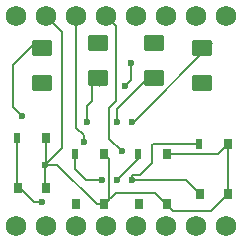
<source format=gtl>
%TF.GenerationSoftware,KiCad,Pcbnew,8.0.3*%
%TF.CreationDate,2024-07-29T19:47:32-06:00*%
%TF.ProjectId,SaintCon Says Badge,5361696e-7443-46f6-9e20-536179732042,rev?*%
%TF.SameCoordinates,Original*%
%TF.FileFunction,Copper,L1,Top*%
%TF.FilePolarity,Positive*%
%FSLAX46Y46*%
G04 Gerber Fmt 4.6, Leading zero omitted, Abs format (unit mm)*
G04 Created by KiCad (PCBNEW 8.0.3) date 2024-07-29 19:47:32*
%MOMM*%
%LPD*%
G01*
G04 APERTURE LIST*
G04 Aperture macros list*
%AMRoundRect*
0 Rectangle with rounded corners*
0 $1 Rounding radius*
0 $2 $3 $4 $5 $6 $7 $8 $9 X,Y pos of 4 corners*
0 Add a 4 corners polygon primitive as box body*
4,1,4,$2,$3,$4,$5,$6,$7,$8,$9,$2,$3,0*
0 Add four circle primitives for the rounded corners*
1,1,$1+$1,$2,$3*
1,1,$1+$1,$4,$5*
1,1,$1+$1,$6,$7*
1,1,$1+$1,$8,$9*
0 Add four rect primitives between the rounded corners*
20,1,$1+$1,$2,$3,$4,$5,0*
20,1,$1+$1,$4,$5,$6,$7,0*
20,1,$1+$1,$6,$7,$8,$9,0*
20,1,$1+$1,$8,$9,$2,$3,0*%
G04 Aperture macros list end*
%TA.AperFunction,SMDPad,CuDef*%
%ADD10R,0.674000X0.836000*%
%TD*%
%TA.AperFunction,SMDPad,CuDef*%
%ADD11R,0.588000X0.858000*%
%TD*%
%TA.AperFunction,SMDPad,CuDef*%
%ADD12R,0.674000X0.858000*%
%TD*%
%TA.AperFunction,SMDPad,CuDef*%
%ADD13RoundRect,0.250001X0.624999X-0.462499X0.624999X0.462499X-0.624999X0.462499X-0.624999X-0.462499X0*%
%TD*%
%TA.AperFunction,SMDPad,CuDef*%
%ADD14RoundRect,0.250001X-0.624999X0.462499X-0.624999X-0.462499X0.624999X-0.462499X0.624999X0.462499X0*%
%TD*%
%TA.AperFunction,ComponentPad*%
%ADD15C,1.750000*%
%TD*%
%TA.AperFunction,ViaPad*%
%ADD16C,0.600000*%
%TD*%
%TA.AperFunction,Conductor*%
%ADD17C,0.200000*%
%TD*%
G04 APERTURE END LIST*
D10*
%TO.P,SW4,1,1*%
%TO.N,Net-(MB1-SCK)*%
X150113000Y-96368000D03*
D11*
X150030000Y-92135000D03*
D10*
%TO.P,SW4,2,2*%
%TO.N,Net-(U1-GND)*%
X152487000Y-96368000D03*
D12*
X152487000Y-92135000D03*
%TD*%
D10*
%TO.P,SW1,1,1*%
%TO.N,Net-(U1-PA1)*%
X134703000Y-95848000D03*
D11*
X134620000Y-91615000D03*
D10*
%TO.P,SW1,2,2*%
%TO.N,Net-(U1-GND)*%
X137077000Y-95848000D03*
D12*
X137077000Y-91615000D03*
%TD*%
D10*
%TO.P,SW3,1,1*%
%TO.N,Net-(U1-PA3)*%
X144913000Y-97233000D03*
D11*
X144830000Y-93000000D03*
D10*
%TO.P,SW3,2,2*%
%TO.N,Net-(U1-GND)*%
X147287000Y-97233000D03*
D12*
X147287000Y-93000000D03*
%TD*%
D10*
%TO.P,SW2,1,1*%
%TO.N,Net-(U1-PA2)*%
X139613000Y-97233000D03*
D11*
X139530000Y-93000000D03*
D10*
%TO.P,SW2,2,2*%
%TO.N,Net-(U1-GND)*%
X141987000Y-97233000D03*
D12*
X141987000Y-93000000D03*
%TD*%
D13*
%TO.P,D4,1,K*%
%TO.N,Net-(D4-K)*%
X150250000Y-86975000D03*
%TO.P,D4,2,A*%
%TO.N,Net-(D4-A)*%
X150250000Y-84000000D03*
%TD*%
%TO.P,D1,1,K*%
%TO.N,Net-(D1-K)*%
X136750000Y-87000000D03*
%TO.P,D1,2,A*%
%TO.N,Net-(D1-A)*%
X136750000Y-84025000D03*
%TD*%
D14*
%TO.P,D2,1,K*%
%TO.N,Net-(D2-K)*%
X141500000Y-83602500D03*
%TO.P,D2,2,A*%
%TO.N,Net-(D2-A)*%
X141500000Y-86577500D03*
%TD*%
%TO.P,D3,1,K*%
%TO.N,Net-(D3-K)*%
X146250000Y-83602500D03*
%TO.P,D3,2,A*%
%TO.N,Net-(D3-A)*%
X146250000Y-86577500D03*
%TD*%
D15*
%TO.P,MB1,16,GND*%
%TO.N,unconnected-(MB1-GND-Pad16)*%
X152315000Y-99065000D03*
%TO.P,MB1,15,3V3+*%
%TO.N,unconnected-(MB1-3V3+-Pad15)*%
X149775000Y-99065000D03*
%TO.P,MB1,14,SDA*%
%TO.N,unconnected-(MB1-SDA-Pad14)*%
X147235000Y-99065000D03*
%TO.P,MB1,13,SCL*%
%TO.N,unconnected-(MB1-SCL-Pad13)*%
X144695000Y-99065000D03*
%TO.P,MB1,12,NC*%
%TO.N,unconnected-(MB1-NC-Pad12)*%
X142155000Y-99065000D03*
%TO.P,MB1,11,NC*%
%TO.N,unconnected-(MB1-NC-Pad11)*%
X139615000Y-99065000D03*
%TO.P,MB1,10,NC*%
%TO.N,unconnected-(MB1-NC-Pad10)*%
X137075000Y-99065000D03*
%TO.P,MB1,9,CLK*%
%TO.N,unconnected-(MB1-CLK-Pad9)*%
X134535000Y-99065000D03*
%TO.P,MB1,8,GND*%
%TO.N,unconnected-(MB1-GND-Pad8)*%
X152315000Y-81285000D03*
%TO.P,MB1,7,+3V3*%
%TO.N,unconnected-(MB1-+3V3-Pad7)*%
X149775000Y-81285000D03*
%TO.P,MB1,6,CS*%
%TO.N,Net-(MB1-CS)*%
X147235000Y-81285000D03*
%TO.P,MB1,5,MOSI*%
%TO.N,Net-(MB1-MOSI)*%
X144695000Y-81285000D03*
%TO.P,MB1,4,SCK*%
%TO.N,Net-(MB1-SCK)*%
X142155000Y-81285000D03*
%TO.P,MB1,3,MISO*%
%TO.N,Net-(MB1-MISO)*%
X139615000Y-81285000D03*
%TO.P,MB1,2,GND*%
%TO.N,Net-(U1-GND)*%
X137075000Y-81285000D03*
%TO.P,MB1,1,+VBATT*%
%TO.N,Net-(MB1-+VBATT)*%
X134535000Y-81285000D03*
%TD*%
D16*
%TO.N,Net-(MB1-MOSI)*%
X143750000Y-87250000D03*
X144250000Y-85250000D03*
%TO.N,Net-(MB1-MISO)*%
X140250000Y-92000000D03*
%TO.N,Net-(MB1-SCK)*%
X143500000Y-92750000D03*
%TO.N,Net-(D1-K)*%
X136750000Y-87000000D03*
%TO.N,Net-(D1-A)*%
X135000000Y-89750000D03*
%TO.N,Net-(D2-A)*%
X140500000Y-90250000D03*
%TO.N,Net-(D2-K)*%
X140970000Y-83602500D03*
%TO.N,Net-(D3-A)*%
X143040000Y-90250000D03*
%TO.N,Net-(D3-K)*%
X146250000Y-83540000D03*
%TO.N,Net-(D4-K)*%
X150250000Y-87100000D03*
%TO.N,Net-(D4-A)*%
X144310000Y-90250000D03*
%TO.N,Net-(U1-PA2)*%
X141770000Y-95200000D03*
%TO.N,Net-(U1-PA3)*%
X143040000Y-95200000D03*
%TO.N,Net-(U1-PA1)*%
X136750000Y-97000000D03*
%TO.N,Net-(U1-GND)*%
X137000000Y-93915000D03*
%TO.N,Net-(MB1-SCK)*%
X144310000Y-95200000D03*
%TD*%
D17*
%TO.N,Net-(U1-GND)*%
X137000000Y-93915000D02*
X137077000Y-93838000D01*
X137077000Y-93838000D02*
X137077000Y-91615000D01*
%TO.N,Net-(MB1-SCK)*%
X150030000Y-92135000D02*
X146115000Y-92135000D01*
X146115000Y-92135000D02*
X146000000Y-92250000D01*
X146000000Y-93750000D02*
X145000000Y-94750000D01*
X146000000Y-92250000D02*
X146000000Y-93750000D01*
X144338529Y-94750000D02*
X144310000Y-94778529D01*
X145000000Y-94750000D02*
X144338529Y-94750000D01*
X144310000Y-94778529D02*
X144310000Y-95200000D01*
%TO.N,Net-(U1-GND)*%
X141987000Y-97233000D02*
X142370000Y-96850000D01*
X142370000Y-96850000D02*
X142370000Y-93383000D01*
X142370000Y-93383000D02*
X141987000Y-93000000D01*
%TO.N,Net-(U1-PA1)*%
X134620000Y-91615000D02*
X134620000Y-95765000D01*
X134620000Y-95765000D02*
X134703000Y-95848000D01*
%TO.N,Net-(D1-A)*%
X135000000Y-89750000D02*
X134250000Y-89000000D01*
X134250000Y-89000000D02*
X134250000Y-85460000D01*
X134250000Y-85460000D02*
X136107500Y-83602500D01*
X136107500Y-83602500D02*
X136982499Y-83602500D01*
%TO.N,Net-(D4-A)*%
X144310000Y-90250000D02*
X144500000Y-90250000D01*
X144500000Y-90250000D02*
X151130000Y-83620000D01*
X151130000Y-83620000D02*
X151130000Y-83602500D01*
%TO.N,Net-(U1-GND)*%
X147287000Y-93000000D02*
X151622000Y-93000000D01*
X151622000Y-93000000D02*
X152487000Y-92135000D01*
X152487000Y-92135000D02*
X152487000Y-96368000D01*
X141900000Y-97320000D02*
X142970000Y-96250000D01*
X146304000Y-96250000D02*
X147844000Y-97790000D01*
X142970000Y-96250000D02*
X146304000Y-96250000D01*
X147844000Y-97790000D02*
X151065000Y-97790000D01*
X151065000Y-97790000D02*
X152487000Y-96368000D01*
%TO.N,Net-(MB1-SCK)*%
X144310000Y-95200000D02*
X148945000Y-95200000D01*
X148945000Y-95200000D02*
X150113000Y-96368000D01*
X150113000Y-96368000D02*
X150200000Y-96281000D01*
%TO.N,Net-(MB1-MISO)*%
X140250000Y-92000000D02*
X140250000Y-91400000D01*
X140250000Y-91400000D02*
X139615000Y-90765000D01*
X139615000Y-90765000D02*
X139615000Y-81285000D01*
%TO.N,Net-(MB1-MOSI)*%
X144250000Y-86750000D02*
X143750000Y-87250000D01*
X144250000Y-85250000D02*
X144250000Y-86750000D01*
%TO.N,Net-(MB1-SCK)*%
X142155000Y-81285000D02*
X143029999Y-82159999D01*
X143029999Y-82159999D02*
X143029999Y-88470001D01*
X143029999Y-88470001D02*
X142440000Y-89060000D01*
X142440000Y-89060000D02*
X142440000Y-91690000D01*
X142440000Y-91690000D02*
X143500000Y-92750000D01*
%TO.N,Net-(U1-PA2)*%
X141770000Y-95200000D02*
X140450000Y-95200000D01*
X140450000Y-95200000D02*
X139530000Y-94280000D01*
X139530000Y-94280000D02*
X139530000Y-93000000D01*
%TO.N,Net-(U1-GND)*%
X137000000Y-93915000D02*
X138025000Y-93915000D01*
X141343000Y-97233000D02*
X141987000Y-97233000D01*
X138025000Y-93915000D02*
X141343000Y-97233000D01*
%TO.N,Net-(U1-PA3)*%
X143040000Y-95200000D02*
X144830000Y-93410000D01*
X144830000Y-93410000D02*
X144830000Y-93000000D01*
%TO.N,Net-(D1-K)*%
X136327500Y-86577500D02*
X136750000Y-87000000D01*
X136107500Y-86577500D02*
X136327500Y-86577500D01*
%TO.N,Net-(D2-A)*%
X140970000Y-88470000D02*
X140970000Y-86577500D01*
X140970000Y-86577500D02*
X141597800Y-87205300D01*
X140500000Y-90250000D02*
X140500000Y-88940000D01*
X140500000Y-88940000D02*
X140970000Y-88470000D01*
%TO.N,Net-(D3-A)*%
X143040000Y-90250000D02*
X143040000Y-89210000D01*
X143040000Y-89210000D02*
X145672500Y-86577500D01*
%TO.N,Net-(D4-K)*%
X150772500Y-86577500D02*
X150250000Y-87100000D01*
%TO.N,Net-(U1-PA1)*%
X136010000Y-97000000D02*
X134790000Y-95780000D01*
X136750000Y-97000000D02*
X136010000Y-97000000D01*
%TO.N,Net-(U1-GND)*%
X137000000Y-93915000D02*
X136990000Y-93925000D01*
X138430000Y-82640000D02*
X137075000Y-81285000D01*
X138430000Y-92485000D02*
X138430000Y-82640000D01*
X137000000Y-93915000D02*
X138430000Y-92485000D01*
X136990000Y-93925000D02*
X136990000Y-95780000D01*
%TD*%
M02*

</source>
